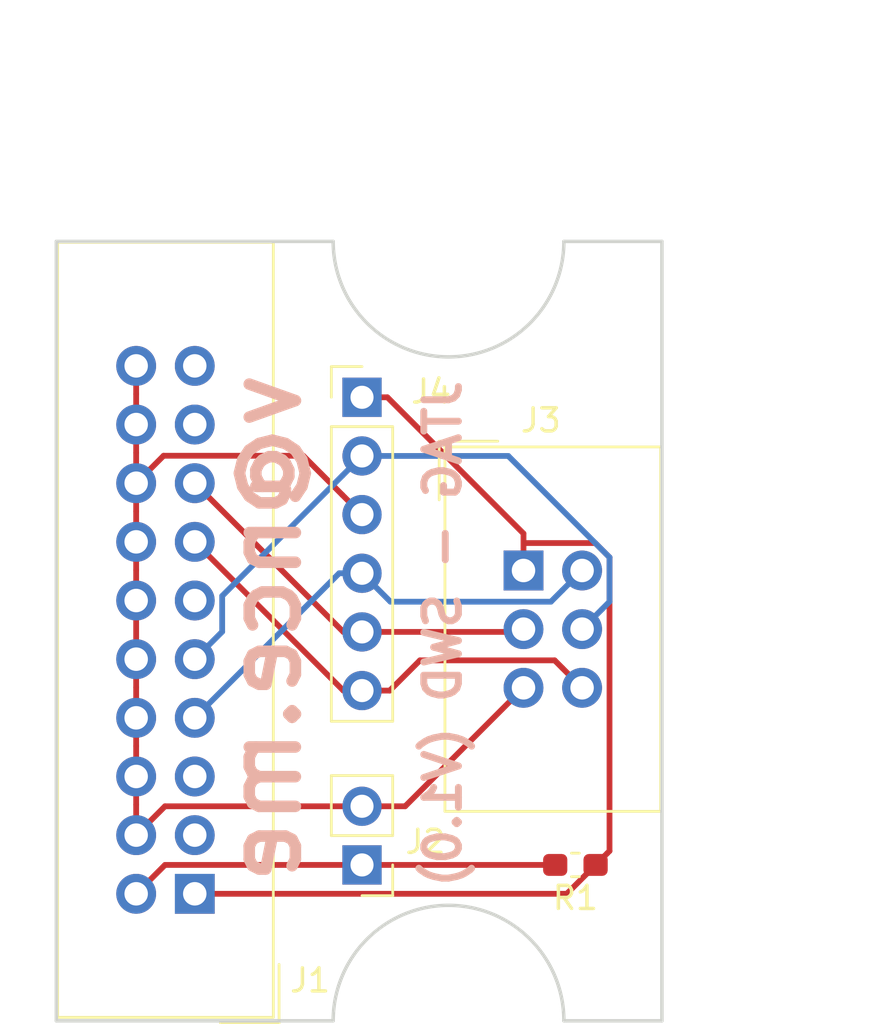
<source format=kicad_pcb>
(kicad_pcb (version 20171130) (host pcbnew "(5.0.1-3-g963ef8bb5)")

  (general
    (thickness 1.6)
    (drawings 12)
    (tracks 64)
    (zones 0)
    (modules 5)
    (nets 13)
  )

  (page A4)
  (layers
    (0 F.Cu signal)
    (31 B.Cu signal)
    (32 B.Adhes user)
    (33 F.Adhes user)
    (34 B.Paste user)
    (35 F.Paste user)
    (36 B.SilkS user)
    (37 F.SilkS user)
    (38 B.Mask user)
    (39 F.Mask user)
    (40 Dwgs.User user)
    (41 Cmts.User user)
    (42 Eco1.User user)
    (43 Eco2.User user)
    (44 Edge.Cuts user)
    (45 Margin user)
    (46 B.CrtYd user)
    (47 F.CrtYd user)
    (48 B.Fab user)
    (49 F.Fab user)
  )

  (setup
    (last_trace_width 0.25)
    (trace_clearance 0.2)
    (zone_clearance 0.508)
    (zone_45_only no)
    (trace_min 0.2)
    (segment_width 0.2)
    (edge_width 0.15)
    (via_size 0.8)
    (via_drill 0.4)
    (via_min_size 0.4)
    (via_min_drill 0.3)
    (uvia_size 0.3)
    (uvia_drill 0.1)
    (uvias_allowed no)
    (uvia_min_size 0.2)
    (uvia_min_drill 0.1)
    (pcb_text_width 0.3)
    (pcb_text_size 1.5 1.5)
    (mod_edge_width 0.15)
    (mod_text_size 1 1)
    (mod_text_width 0.15)
    (pad_size 1.524 1.524)
    (pad_drill 0.762)
    (pad_to_mask_clearance 0.051)
    (solder_mask_min_width 0.25)
    (aux_axis_origin 0 0)
    (visible_elements FFFDFF7F)
    (pcbplotparams
      (layerselection 0x010fc_ffffffff)
      (usegerberextensions true)
      (usegerberattributes false)
      (usegerberadvancedattributes false)
      (creategerberjobfile false)
      (excludeedgelayer true)
      (linewidth 0.100000)
      (plotframeref false)
      (viasonmask false)
      (mode 1)
      (useauxorigin false)
      (hpglpennumber 1)
      (hpglpenspeed 20)
      (hpglpendiameter 15.000000)
      (psnegative false)
      (psa4output false)
      (plotreference true)
      (plotvalue true)
      (plotinvisibletext false)
      (padsonsilk false)
      (subtractmaskfromsilk false)
      (outputformat 1)
      (mirror false)
      (drillshape 0)
      (scaleselection 1)
      (outputdirectory ""))
  )

  (net 0 "")
  (net 1 VTREF)
  (net 2 VCC)
  (net 3 "Net-(J1-Pad3)")
  (net 4 GND)
  (net 5 "Net-(J1-Pad5)")
  (net 6 SWDIO)
  (net 7 SWCLK)
  (net 8 "Net-(J1-Pad11)")
  (net 9 SWO)
  (net 10 ~RESET)
  (net 11 "Net-(J1-Pad17)")
  (net 12 "Net-(J1-Pad19)")

  (net_class Default "This is the default net class."
    (clearance 0.2)
    (trace_width 0.25)
    (via_dia 0.8)
    (via_drill 0.4)
    (uvia_dia 0.3)
    (uvia_drill 0.1)
    (add_net GND)
    (add_net "Net-(J1-Pad11)")
    (add_net "Net-(J1-Pad17)")
    (add_net "Net-(J1-Pad19)")
    (add_net "Net-(J1-Pad3)")
    (add_net "Net-(J1-Pad5)")
    (add_net SWCLK)
    (add_net SWDIO)
    (add_net SWO)
    (add_net VCC)
    (add_net VTREF)
    (add_net ~RESET)
  )

  (module Resistor_SMD:R_0603_1608Metric_Pad1.05x0.95mm_HandSolder (layer F.Cu) (tedit 5B301BBD) (tstamp 5BFCB299)
    (at 120 97.5 180)
    (descr "Resistor SMD 0603 (1608 Metric), square (rectangular) end terminal, IPC_7351 nominal with elongated pad for handsoldering. (Body size source: http://www.tortai-tech.com/upload/download/2011102023233369053.pdf), generated with kicad-footprint-generator")
    (tags "resistor handsolder")
    (path /5BEFEDB5)
    (attr smd)
    (fp_text reference R1 (at 0 -1.43 180) (layer F.SilkS)
      (effects (font (size 1 1) (thickness 0.15)))
    )
    (fp_text value "0R Link" (at 0 1.43 180) (layer F.Fab)
      (effects (font (size 1 1) (thickness 0.15)))
    )
    (fp_line (start -0.8 0.4) (end -0.8 -0.4) (layer F.Fab) (width 0.1))
    (fp_line (start -0.8 -0.4) (end 0.8 -0.4) (layer F.Fab) (width 0.1))
    (fp_line (start 0.8 -0.4) (end 0.8 0.4) (layer F.Fab) (width 0.1))
    (fp_line (start 0.8 0.4) (end -0.8 0.4) (layer F.Fab) (width 0.1))
    (fp_line (start -0.171267 -0.51) (end 0.171267 -0.51) (layer F.SilkS) (width 0.12))
    (fp_line (start -0.171267 0.51) (end 0.171267 0.51) (layer F.SilkS) (width 0.12))
    (fp_line (start -1.65 0.73) (end -1.65 -0.73) (layer F.CrtYd) (width 0.05))
    (fp_line (start -1.65 -0.73) (end 1.65 -0.73) (layer F.CrtYd) (width 0.05))
    (fp_line (start 1.65 -0.73) (end 1.65 0.73) (layer F.CrtYd) (width 0.05))
    (fp_line (start 1.65 0.73) (end -1.65 0.73) (layer F.CrtYd) (width 0.05))
    (fp_text user %R (at 0 0 180) (layer F.Fab)
      (effects (font (size 0.4 0.4) (thickness 0.06)))
    )
    (pad 1 smd roundrect (at -0.875 0 180) (size 1.05 0.95) (layers F.Cu F.Paste F.Mask) (roundrect_rratio 0.25)
      (net 1 VTREF))
    (pad 2 smd roundrect (at 0.875 0 180) (size 1.05 0.95) (layers F.Cu F.Paste F.Mask) (roundrect_rratio 0.25)
      (net 2 VCC))
    (model ${KISYS3DMOD}/Resistor_SMD.3dshapes/R_0603_1608Metric.wrl
      (at (xyz 0 0 0))
      (scale (xyz 1 1 1))
      (rotate (xyz 0 0 0))
    )
  )

  (module Connector_PinHeader_2.54mm:PinHeader_1x02_P2.54mm_Vertical (layer F.Cu) (tedit 59FED5CC) (tstamp 5BFCB1DC)
    (at 110.75 97.5 180)
    (descr "Through hole straight pin header, 1x02, 2.54mm pitch, single row")
    (tags "Through hole pin header THT 1x02 2.54mm single row")
    (path /5BF012A4)
    (fp_text reference J2 (at -2.75 1 180) (layer F.SilkS)
      (effects (font (size 1 1) (thickness 0.15)))
    )
    (fp_text value POWER (at 0 4.87 180) (layer F.Fab)
      (effects (font (size 1 1) (thickness 0.15)))
    )
    (fp_line (start -0.635 -1.27) (end 1.27 -1.27) (layer F.Fab) (width 0.1))
    (fp_line (start 1.27 -1.27) (end 1.27 3.81) (layer F.Fab) (width 0.1))
    (fp_line (start 1.27 3.81) (end -1.27 3.81) (layer F.Fab) (width 0.1))
    (fp_line (start -1.27 3.81) (end -1.27 -0.635) (layer F.Fab) (width 0.1))
    (fp_line (start -1.27 -0.635) (end -0.635 -1.27) (layer F.Fab) (width 0.1))
    (fp_line (start -1.33 3.87) (end 1.33 3.87) (layer F.SilkS) (width 0.12))
    (fp_line (start -1.33 1.27) (end -1.33 3.87) (layer F.SilkS) (width 0.12))
    (fp_line (start 1.33 1.27) (end 1.33 3.87) (layer F.SilkS) (width 0.12))
    (fp_line (start -1.33 1.27) (end 1.33 1.27) (layer F.SilkS) (width 0.12))
    (fp_line (start -1.33 0) (end -1.33 -1.33) (layer F.SilkS) (width 0.12))
    (fp_line (start -1.33 -1.33) (end 0 -1.33) (layer F.SilkS) (width 0.12))
    (fp_line (start -1.8 -1.8) (end -1.8 4.35) (layer F.CrtYd) (width 0.05))
    (fp_line (start -1.8 4.35) (end 1.8 4.35) (layer F.CrtYd) (width 0.05))
    (fp_line (start 1.8 4.35) (end 1.8 -1.8) (layer F.CrtYd) (width 0.05))
    (fp_line (start 1.8 -1.8) (end -1.8 -1.8) (layer F.CrtYd) (width 0.05))
    (fp_text user %R (at 0 1.27 270) (layer F.Fab)
      (effects (font (size 1 1) (thickness 0.15)))
    )
    (pad 1 thru_hole rect (at 0 0 180) (size 1.7 1.7) (drill 1) (layers *.Cu *.Mask)
      (net 2 VCC))
    (pad 2 thru_hole oval (at 0 2.54 180) (size 1.7 1.7) (drill 1) (layers *.Cu *.Mask)
      (net 4 GND))
    (model ${KISYS3DMOD}/Connector_PinHeader_2.54mm.3dshapes/PinHeader_1x02_P2.54mm_Vertical.wrl
      (at (xyz 0 0 0))
      (scale (xyz 1 1 1))
      (rotate (xyz 0 0 0))
    )
  )

  (module Connector_PinHeader_2.54mm:PinHeader_1x06_P2.54mm_Vertical (layer F.Cu) (tedit 59FED5CC) (tstamp 5BFCB1F1)
    (at 110.75 77.25)
    (descr "Through hole straight pin header, 1x06, 2.54mm pitch, single row")
    (tags "Through hole pin header THT 1x06 2.54mm single row")
    (path /5BF0005E)
    (fp_text reference J4 (at 3 -0.25) (layer F.SilkS)
      (effects (font (size 1 1) (thickness 0.15)))
    )
    (fp_text value "ST NUCLEO DEBUG" (at 0 15.03) (layer F.Fab)
      (effects (font (size 1 1) (thickness 0.15)))
    )
    (fp_line (start -0.635 -1.27) (end 1.27 -1.27) (layer F.Fab) (width 0.1))
    (fp_line (start 1.27 -1.27) (end 1.27 13.97) (layer F.Fab) (width 0.1))
    (fp_line (start 1.27 13.97) (end -1.27 13.97) (layer F.Fab) (width 0.1))
    (fp_line (start -1.27 13.97) (end -1.27 -0.635) (layer F.Fab) (width 0.1))
    (fp_line (start -1.27 -0.635) (end -0.635 -1.27) (layer F.Fab) (width 0.1))
    (fp_line (start -1.33 14.03) (end 1.33 14.03) (layer F.SilkS) (width 0.12))
    (fp_line (start -1.33 1.27) (end -1.33 14.03) (layer F.SilkS) (width 0.12))
    (fp_line (start 1.33 1.27) (end 1.33 14.03) (layer F.SilkS) (width 0.12))
    (fp_line (start -1.33 1.27) (end 1.33 1.27) (layer F.SilkS) (width 0.12))
    (fp_line (start -1.33 0) (end -1.33 -1.33) (layer F.SilkS) (width 0.12))
    (fp_line (start -1.33 -1.33) (end 0 -1.33) (layer F.SilkS) (width 0.12))
    (fp_line (start -1.8 -1.8) (end -1.8 14.5) (layer F.CrtYd) (width 0.05))
    (fp_line (start -1.8 14.5) (end 1.8 14.5) (layer F.CrtYd) (width 0.05))
    (fp_line (start 1.8 14.5) (end 1.8 -1.8) (layer F.CrtYd) (width 0.05))
    (fp_line (start 1.8 -1.8) (end -1.8 -1.8) (layer F.CrtYd) (width 0.05))
    (fp_text user %R (at 0 6.35 90) (layer F.Fab)
      (effects (font (size 1 1) (thickness 0.15)))
    )
    (pad 1 thru_hole rect (at 0 0) (size 1.7 1.7) (drill 1) (layers *.Cu *.Mask)
      (net 1 VTREF))
    (pad 2 thru_hole oval (at 0 2.54) (size 1.7 1.7) (drill 1) (layers *.Cu *.Mask)
      (net 7 SWCLK))
    (pad 3 thru_hole oval (at 0 5.08) (size 1.7 1.7) (drill 1) (layers *.Cu *.Mask)
      (net 4 GND))
    (pad 4 thru_hole oval (at 0 7.62) (size 1.7 1.7) (drill 1) (layers *.Cu *.Mask)
      (net 6 SWDIO))
    (pad 5 thru_hole oval (at 0 10.16) (size 1.7 1.7) (drill 1) (layers *.Cu *.Mask)
      (net 10 ~RESET))
    (pad 6 thru_hole oval (at 0 12.7) (size 1.7 1.7) (drill 1) (layers *.Cu *.Mask)
      (net 9 SWO))
    (model ${KISYS3DMOD}/Connector_PinHeader_2.54mm.3dshapes/PinHeader_1x06_P2.54mm_Vertical.wrl
      (at (xyz 0 0 0))
      (scale (xyz 1 1 1))
      (rotate (xyz 0 0 0))
    )
  )

  (module Connector_IDC:IDC-Header_2x10_P2.54mm_Vertical (layer F.Cu) (tedit 59DE0251) (tstamp 5C09A706)
    (at 103.5 98.75 180)
    (descr "Through hole straight IDC box header, 2x10, 2.54mm pitch, double rows")
    (tags "Through hole IDC box header THT 2x10 2.54mm double row")
    (path /5BEFED2B)
    (fp_text reference J1 (at -5 -3.75 180) (layer F.SilkS)
      (effects (font (size 1 1) (thickness 0.15)))
    )
    (fp_text value "20-WAY JLINK IDC" (at 1.27 29.464 180) (layer F.Fab)
      (effects (font (size 1 1) (thickness 0.15)))
    )
    (fp_text user %R (at 1.27 11.43 180) (layer F.Fab)
      (effects (font (size 1 1) (thickness 0.15)))
    )
    (fp_line (start 5.695 -5.1) (end 5.695 27.96) (layer F.Fab) (width 0.1))
    (fp_line (start 5.145 -4.56) (end 5.145 27.4) (layer F.Fab) (width 0.1))
    (fp_line (start -3.155 -5.1) (end -3.155 27.96) (layer F.Fab) (width 0.1))
    (fp_line (start -2.605 -4.56) (end -2.605 9.18) (layer F.Fab) (width 0.1))
    (fp_line (start -2.605 13.68) (end -2.605 27.4) (layer F.Fab) (width 0.1))
    (fp_line (start -2.605 9.18) (end -3.155 9.18) (layer F.Fab) (width 0.1))
    (fp_line (start -2.605 13.68) (end -3.155 13.68) (layer F.Fab) (width 0.1))
    (fp_line (start 5.695 -5.1) (end -3.155 -5.1) (layer F.Fab) (width 0.1))
    (fp_line (start 5.145 -4.56) (end -2.605 -4.56) (layer F.Fab) (width 0.1))
    (fp_line (start 5.695 27.96) (end -3.155 27.96) (layer F.Fab) (width 0.1))
    (fp_line (start 5.145 27.4) (end -2.605 27.4) (layer F.Fab) (width 0.1))
    (fp_line (start 5.695 -5.1) (end 5.145 -4.56) (layer F.Fab) (width 0.1))
    (fp_line (start 5.695 27.96) (end 5.145 27.4) (layer F.Fab) (width 0.1))
    (fp_line (start -3.155 -5.1) (end -2.605 -4.56) (layer F.Fab) (width 0.1))
    (fp_line (start -3.155 27.96) (end -2.605 27.4) (layer F.Fab) (width 0.1))
    (fp_line (start 5.95 -5.35) (end 5.95 28.21) (layer F.CrtYd) (width 0.05))
    (fp_line (start 5.95 28.21) (end -3.41 28.21) (layer F.CrtYd) (width 0.05))
    (fp_line (start -3.41 28.21) (end -3.41 -5.35) (layer F.CrtYd) (width 0.05))
    (fp_line (start -3.41 -5.35) (end 5.95 -5.35) (layer F.CrtYd) (width 0.05))
    (fp_line (start 5.945 -5.35) (end 5.945 28.21) (layer F.SilkS) (width 0.12))
    (fp_line (start 5.945 28.21) (end -3.405 28.21) (layer F.SilkS) (width 0.12))
    (fp_line (start -3.405 28.21) (end -3.405 -5.35) (layer F.SilkS) (width 0.12))
    (fp_line (start -3.405 -5.35) (end 5.945 -5.35) (layer F.SilkS) (width 0.12))
    (fp_line (start -3.655 -5.6) (end -3.655 -3.06) (layer F.SilkS) (width 0.12))
    (fp_line (start -3.655 -5.6) (end -1.115 -5.6) (layer F.SilkS) (width 0.12))
    (pad 1 thru_hole rect (at 0 0 180) (size 1.7272 1.7272) (drill 1.016) (layers *.Cu *.Mask)
      (net 1 VTREF))
    (pad 2 thru_hole oval (at 2.54 0 180) (size 1.7272 1.7272) (drill 1.016) (layers *.Cu *.Mask)
      (net 2 VCC))
    (pad 3 thru_hole oval (at 0 2.54 180) (size 1.7272 1.7272) (drill 1.016) (layers *.Cu *.Mask)
      (net 3 "Net-(J1-Pad3)"))
    (pad 4 thru_hole oval (at 2.54 2.54 180) (size 1.7272 1.7272) (drill 1.016) (layers *.Cu *.Mask)
      (net 4 GND))
    (pad 5 thru_hole oval (at 0 5.08 180) (size 1.7272 1.7272) (drill 1.016) (layers *.Cu *.Mask)
      (net 5 "Net-(J1-Pad5)"))
    (pad 6 thru_hole oval (at 2.54 5.08 180) (size 1.7272 1.7272) (drill 1.016) (layers *.Cu *.Mask)
      (net 4 GND))
    (pad 7 thru_hole oval (at 0 7.62 180) (size 1.7272 1.7272) (drill 1.016) (layers *.Cu *.Mask)
      (net 6 SWDIO))
    (pad 8 thru_hole oval (at 2.54 7.62 180) (size 1.7272 1.7272) (drill 1.016) (layers *.Cu *.Mask)
      (net 4 GND))
    (pad 9 thru_hole oval (at 0 10.16 180) (size 1.7272 1.7272) (drill 1.016) (layers *.Cu *.Mask)
      (net 7 SWCLK))
    (pad 10 thru_hole oval (at 2.54 10.16 180) (size 1.7272 1.7272) (drill 1.016) (layers *.Cu *.Mask)
      (net 4 GND))
    (pad 11 thru_hole oval (at 0 12.7 180) (size 1.7272 1.7272) (drill 1.016) (layers *.Cu *.Mask)
      (net 8 "Net-(J1-Pad11)"))
    (pad 12 thru_hole oval (at 2.54 12.7 180) (size 1.7272 1.7272) (drill 1.016) (layers *.Cu *.Mask)
      (net 4 GND))
    (pad 13 thru_hole oval (at 0 15.24 180) (size 1.7272 1.7272) (drill 1.016) (layers *.Cu *.Mask)
      (net 9 SWO))
    (pad 14 thru_hole oval (at 2.54 15.24 180) (size 1.7272 1.7272) (drill 1.016) (layers *.Cu *.Mask)
      (net 4 GND))
    (pad 15 thru_hole oval (at 0 17.78 180) (size 1.7272 1.7272) (drill 1.016) (layers *.Cu *.Mask)
      (net 10 ~RESET))
    (pad 16 thru_hole oval (at 2.54 17.78 180) (size 1.7272 1.7272) (drill 1.016) (layers *.Cu *.Mask)
      (net 4 GND))
    (pad 17 thru_hole oval (at 0 20.32 180) (size 1.7272 1.7272) (drill 1.016) (layers *.Cu *.Mask)
      (net 11 "Net-(J1-Pad17)"))
    (pad 18 thru_hole oval (at 2.54 20.32 180) (size 1.7272 1.7272) (drill 1.016) (layers *.Cu *.Mask)
      (net 4 GND))
    (pad 19 thru_hole oval (at 0 22.86 180) (size 1.7272 1.7272) (drill 1.016) (layers *.Cu *.Mask)
      (net 12 "Net-(J1-Pad19)"))
    (pad 20 thru_hole oval (at 2.54 22.86 180) (size 1.7272 1.7272) (drill 1.016) (layers *.Cu *.Mask)
      (net 4 GND))
    (model ${KISYS3DMOD}/Connector_IDC.3dshapes/IDC-Header_2x10_P2.54mm_Vertical.wrl
      (at (xyz 0 0 0))
      (scale (xyz 1 1 1))
      (rotate (xyz 0 0 0))
    )
  )

  (module Connector_IDC:IDC-Header_2x03_P2.54mm_Vertical (layer F.Cu) (tedit 59DE0819) (tstamp 5C09A737)
    (at 117.75 84.75)
    (descr "Through hole straight IDC box header, 2x03, 2.54mm pitch, double rows")
    (tags "Through hole IDC box header THT 2x03 2.54mm double row")
    (path /5BEFF355)
    (fp_text reference J3 (at 0.75 -6.5) (layer F.SilkS)
      (effects (font (size 1 1) (thickness 0.15)))
    )
    (fp_text value "6-WAY SWD IDC" (at 1.27 11.684) (layer F.Fab)
      (effects (font (size 1 1) (thickness 0.15)))
    )
    (fp_text user %R (at 1.27 2.54) (layer F.Fab)
      (effects (font (size 1 1) (thickness 0.15)))
    )
    (fp_line (start 5.695 -5.1) (end 5.695 10.18) (layer F.Fab) (width 0.1))
    (fp_line (start 5.145 -4.56) (end 5.145 9.62) (layer F.Fab) (width 0.1))
    (fp_line (start -3.155 -5.1) (end -3.155 10.18) (layer F.Fab) (width 0.1))
    (fp_line (start -2.605 -4.56) (end -2.605 0.29) (layer F.Fab) (width 0.1))
    (fp_line (start -2.605 4.79) (end -2.605 9.62) (layer F.Fab) (width 0.1))
    (fp_line (start -2.605 0.29) (end -3.155 0.29) (layer F.Fab) (width 0.1))
    (fp_line (start -2.605 4.79) (end -3.155 4.79) (layer F.Fab) (width 0.1))
    (fp_line (start 5.695 -5.1) (end -3.155 -5.1) (layer F.Fab) (width 0.1))
    (fp_line (start 5.145 -4.56) (end -2.605 -4.56) (layer F.Fab) (width 0.1))
    (fp_line (start 5.695 10.18) (end -3.155 10.18) (layer F.Fab) (width 0.1))
    (fp_line (start 5.145 9.62) (end -2.605 9.62) (layer F.Fab) (width 0.1))
    (fp_line (start 5.695 -5.1) (end 5.145 -4.56) (layer F.Fab) (width 0.1))
    (fp_line (start 5.695 10.18) (end 5.145 9.62) (layer F.Fab) (width 0.1))
    (fp_line (start -3.155 -5.1) (end -2.605 -4.56) (layer F.Fab) (width 0.1))
    (fp_line (start -3.155 10.18) (end -2.605 9.62) (layer F.Fab) (width 0.1))
    (fp_line (start 5.95 -5.35) (end 5.95 10.43) (layer F.CrtYd) (width 0.05))
    (fp_line (start 5.95 10.43) (end -3.41 10.43) (layer F.CrtYd) (width 0.05))
    (fp_line (start -3.41 10.43) (end -3.41 -5.35) (layer F.CrtYd) (width 0.05))
    (fp_line (start -3.41 -5.35) (end 5.95 -5.35) (layer F.CrtYd) (width 0.05))
    (fp_line (start 5.945 -5.35) (end 5.945 10.43) (layer F.SilkS) (width 0.12))
    (fp_line (start 5.945 10.43) (end -3.405 10.43) (layer F.SilkS) (width 0.12))
    (fp_line (start -3.405 10.43) (end -3.405 -5.35) (layer F.SilkS) (width 0.12))
    (fp_line (start -3.405 -5.35) (end 5.945 -5.35) (layer F.SilkS) (width 0.12))
    (fp_line (start -3.655 -5.6) (end -3.655 -3.06) (layer F.SilkS) (width 0.12))
    (fp_line (start -3.655 -5.6) (end -1.115 -5.6) (layer F.SilkS) (width 0.12))
    (pad 1 thru_hole rect (at 0 0) (size 1.7272 1.7272) (drill 1.016) (layers *.Cu *.Mask)
      (net 1 VTREF))
    (pad 2 thru_hole oval (at 2.54 0) (size 1.7272 1.7272) (drill 1.016) (layers *.Cu *.Mask)
      (net 6 SWDIO))
    (pad 3 thru_hole oval (at 0 2.54) (size 1.7272 1.7272) (drill 1.016) (layers *.Cu *.Mask)
      (net 10 ~RESET))
    (pad 4 thru_hole oval (at 2.54 2.54) (size 1.7272 1.7272) (drill 1.016) (layers *.Cu *.Mask)
      (net 7 SWCLK))
    (pad 5 thru_hole oval (at 0 5.08) (size 1.7272 1.7272) (drill 1.016) (layers *.Cu *.Mask)
      (net 4 GND))
    (pad 6 thru_hole oval (at 2.54 5.08) (size 1.7272 1.7272) (drill 1.016) (layers *.Cu *.Mask)
      (net 9 SWO))
    (model ${KISYS3DMOD}/Connector_IDC.3dshapes/IDC-Header_2x03_P2.54mm_Vertical.wrl
      (at (xyz 0 0 0))
      (scale (xyz 1 1 1))
      (rotate (xyz 0 0 0))
    )
  )

  (dimension 26 (width 0.3) (layer Dwgs.User)
    (gr_text "26.000 mm" (at 110.5 61.15) (layer Dwgs.User)
      (effects (font (size 1.5 1.5) (thickness 0.3)))
    )
    (feature1 (pts (xy 123.5 70.5) (xy 123.5 62.663579)))
    (feature2 (pts (xy 97.5 70.5) (xy 97.5 62.663579)))
    (crossbar (pts (xy 97.5 63.25) (xy 123.5 63.25)))
    (arrow1a (pts (xy 123.5 63.25) (xy 122.373496 63.836421)))
    (arrow1b (pts (xy 123.5 63.25) (xy 122.373496 62.663579)))
    (arrow2a (pts (xy 97.5 63.25) (xy 98.626504 63.836421)))
    (arrow2b (pts (xy 97.5 63.25) (xy 98.626504 62.663579)))
  )
  (dimension 33.75 (width 0.3) (layer Dwgs.User)
    (gr_text "33.750 mm" (at 131.85 87.375 270) (layer Dwgs.User)
      (effects (font (size 1.5 1.5) (thickness 0.3)))
    )
    (feature1 (pts (xy 123.75 104.25) (xy 130.336421 104.25)))
    (feature2 (pts (xy 123.75 70.5) (xy 130.336421 70.5)))
    (crossbar (pts (xy 129.75 70.5) (xy 129.75 104.25)))
    (arrow1a (pts (xy 129.75 104.25) (xy 129.163579 103.123496)))
    (arrow1b (pts (xy 129.75 104.25) (xy 130.336421 103.123496)))
    (arrow2a (pts (xy 129.75 70.5) (xy 129.163579 71.626504)))
    (arrow2b (pts (xy 129.75 70.5) (xy 130.336421 71.626504)))
  )
  (gr_text "JTAG - SWD (V1.0)" (at 114.25 87.5 90) (layer B.SilkS) (tstamp 5C09AB9B)
    (effects (font (size 1.5 1.5) (thickness 0.3)) (justify mirror))
  )
  (gr_text v@nce.me (at 106.5 87.25 90) (layer B.SilkS)
    (effects (font (size 3 3) (thickness 0.5)) (justify mirror))
  )
  (gr_line (start 109.5 104.25) (end 97.5 104.25) (layer Edge.Cuts) (width 0.15))
  (gr_line (start 123.75 104.25) (end 119.5 104.25) (layer Edge.Cuts) (width 0.15))
  (gr_line (start 123.75 70.5) (end 123.75 104.25) (layer Edge.Cuts) (width 0.15))
  (gr_line (start 119.5 70.5) (end 123.75 70.5) (layer Edge.Cuts) (width 0.15))
  (gr_line (start 97.5 70.5) (end 109.5 70.5) (layer Edge.Cuts) (width 0.15))
  (gr_arc (start 114.5 104.25) (end 109.5 104.25) (angle 180) (layer Edge.Cuts) (width 0.15))
  (gr_arc (start 114.5 70.5) (end 109.5 70.5) (angle -180) (layer Edge.Cuts) (width 0.15))
  (gr_line (start 97.5 104.25) (end 97.5 70.5) (layer Edge.Cuts) (width 0.15))

  (segment (start 119.625 98.75) (end 120.875 97.5) (width 0.25) (layer F.Cu) (net 1))
  (segment (start 103.5 98.75) (end 119.625 98.75) (width 0.25) (layer F.Cu) (net 1))
  (segment (start 121.478601 96.896399) (end 121.374072 97.000928) (width 0.25) (layer F.Cu) (net 1))
  (segment (start 121.478601 84.179471) (end 121.478601 96.896399) (width 0.25) (layer F.Cu) (net 1))
  (segment (start 120.860529 83.561399) (end 121.478601 84.179471) (width 0.25) (layer F.Cu) (net 1))
  (segment (start 121.374072 97.000928) (end 120.875 97.5) (width 0.25) (layer F.Cu) (net 1))
  (segment (start 117.825001 83.561399) (end 120.860529 83.561399) (width 0.25) (layer F.Cu) (net 1))
  (segment (start 117.75 83.6364) (end 117.825001 83.561399) (width 0.25) (layer F.Cu) (net 1))
  (segment (start 111.85 77.25) (end 117.75 83.15) (width 0.25) (layer F.Cu) (net 1))
  (segment (start 117.75 83.6364) (end 117.75 84.75) (width 0.25) (layer F.Cu) (net 1))
  (segment (start 117.75 83.15) (end 117.75 83.6364) (width 0.25) (layer F.Cu) (net 1))
  (segment (start 110.75 77.25) (end 111.85 77.25) (width 0.25) (layer F.Cu) (net 1))
  (segment (start 102.21 97.5) (end 110.75 97.5) (width 0.25) (layer F.Cu) (net 2))
  (segment (start 100.96 98.75) (end 102.21 97.5) (width 0.25) (layer F.Cu) (net 2))
  (segment (start 110.75 97.5) (end 119.125 97.5) (width 0.25) (layer F.Cu) (net 2))
  (segment (start 100.96 77.111314) (end 100.96 78.43) (width 0.25) (layer F.Cu) (net 4))
  (segment (start 100.96 75.89) (end 100.96 77.111314) (width 0.25) (layer F.Cu) (net 4))
  (segment (start 100.96 79.651314) (end 100.96 80.97) (width 0.25) (layer F.Cu) (net 4))
  (segment (start 100.96 78.43) (end 100.96 79.651314) (width 0.25) (layer F.Cu) (net 4))
  (segment (start 100.96 82.191314) (end 100.96 83.51) (width 0.25) (layer F.Cu) (net 4))
  (segment (start 100.96 80.97) (end 100.96 82.191314) (width 0.25) (layer F.Cu) (net 4))
  (segment (start 100.96 84.731314) (end 100.96 86.05) (width 0.25) (layer F.Cu) (net 4))
  (segment (start 100.96 83.51) (end 100.96 84.731314) (width 0.25) (layer F.Cu) (net 4))
  (segment (start 100.96 86.05) (end 100.96 88.59) (width 0.25) (layer F.Cu) (net 4))
  (segment (start 100.96 89.811314) (end 100.96 91.13) (width 0.25) (layer F.Cu) (net 4))
  (segment (start 100.96 88.59) (end 100.96 89.811314) (width 0.25) (layer F.Cu) (net 4))
  (segment (start 100.96 92.351314) (end 100.96 93.67) (width 0.25) (layer F.Cu) (net 4))
  (segment (start 100.96 91.13) (end 100.96 92.351314) (width 0.25) (layer F.Cu) (net 4))
  (segment (start 100.96 94.891314) (end 100.96 96.21) (width 0.25) (layer F.Cu) (net 4))
  (segment (start 100.96 93.67) (end 100.96 94.891314) (width 0.25) (layer F.Cu) (net 4))
  (segment (start 102.21 94.96) (end 110.75 94.96) (width 0.25) (layer F.Cu) (net 4))
  (segment (start 100.96 96.21) (end 102.21 94.96) (width 0.25) (layer F.Cu) (net 4))
  (segment (start 112.62 94.96) (end 117.75 89.83) (width 0.25) (layer F.Cu) (net 4))
  (segment (start 110.75 94.96) (end 112.62 94.96) (width 0.25) (layer F.Cu) (net 4))
  (segment (start 109.900001 81.480001) (end 110.75 82.33) (width 0.25) (layer F.Cu) (net 4))
  (segment (start 108.201399 79.781399) (end 109.900001 81.480001) (width 0.25) (layer F.Cu) (net 4))
  (segment (start 102.148601 79.781399) (end 108.201399 79.781399) (width 0.25) (layer F.Cu) (net 4))
  (segment (start 100.96 80.97) (end 102.148601 79.781399) (width 0.25) (layer F.Cu) (net 4))
  (segment (start 109.76 84.87) (end 110.75 84.87) (width 0.25) (layer B.Cu) (net 6))
  (segment (start 103.5 91.13) (end 109.76 84.87) (width 0.25) (layer B.Cu) (net 6))
  (segment (start 111.981399 86.101399) (end 118.938601 86.101399) (width 0.25) (layer B.Cu) (net 6))
  (segment (start 119.426401 85.613599) (end 120.29 84.75) (width 0.25) (layer B.Cu) (net 6))
  (segment (start 118.938601 86.101399) (end 119.426401 85.613599) (width 0.25) (layer B.Cu) (net 6))
  (segment (start 110.75 84.87) (end 111.981399 86.101399) (width 0.25) (layer B.Cu) (net 6))
  (segment (start 109.900001 80.639999) (end 110.75 79.79) (width 0.25) (layer B.Cu) (net 7))
  (segment (start 104.688601 85.851399) (end 109.900001 80.639999) (width 0.25) (layer B.Cu) (net 7))
  (segment (start 104.688601 87.401399) (end 104.688601 85.851399) (width 0.25) (layer B.Cu) (net 7))
  (segment (start 103.5 88.59) (end 104.688601 87.401399) (width 0.25) (layer B.Cu) (net 7))
  (segment (start 121.153599 86.426401) (end 120.29 87.29) (width 0.25) (layer B.Cu) (net 7))
  (segment (start 117.08913 79.79) (end 121.478601 84.179471) (width 0.25) (layer B.Cu) (net 7))
  (segment (start 121.478601 86.101399) (end 121.153599 86.426401) (width 0.25) (layer B.Cu) (net 7))
  (segment (start 121.478601 84.179471) (end 121.478601 86.101399) (width 0.25) (layer B.Cu) (net 7))
  (segment (start 110.75 79.79) (end 117.08913 79.79) (width 0.25) (layer B.Cu) (net 7))
  (segment (start 109.94 89.95) (end 110.75 89.95) (width 0.25) (layer F.Cu) (net 9))
  (segment (start 103.5 83.51) (end 109.94 89.95) (width 0.25) (layer F.Cu) (net 9))
  (segment (start 113.260682 88.641399) (end 119.101399 88.641399) (width 0.25) (layer F.Cu) (net 9))
  (segment (start 119.426401 88.966401) (end 120.29 89.83) (width 0.25) (layer F.Cu) (net 9))
  (segment (start 119.101399 88.641399) (end 119.426401 88.966401) (width 0.25) (layer F.Cu) (net 9))
  (segment (start 111.952081 89.95) (end 113.260682 88.641399) (width 0.25) (layer F.Cu) (net 9))
  (segment (start 110.75 89.95) (end 111.952081 89.95) (width 0.25) (layer F.Cu) (net 9))
  (segment (start 109.94 87.41) (end 110.75 87.41) (width 0.25) (layer F.Cu) (net 10))
  (segment (start 103.5 80.97) (end 109.94 87.41) (width 0.25) (layer F.Cu) (net 10))
  (segment (start 117.63 87.41) (end 117.75 87.29) (width 0.25) (layer F.Cu) (net 10))
  (segment (start 110.75 87.41) (end 117.63 87.41) (width 0.25) (layer F.Cu) (net 10))

)

</source>
